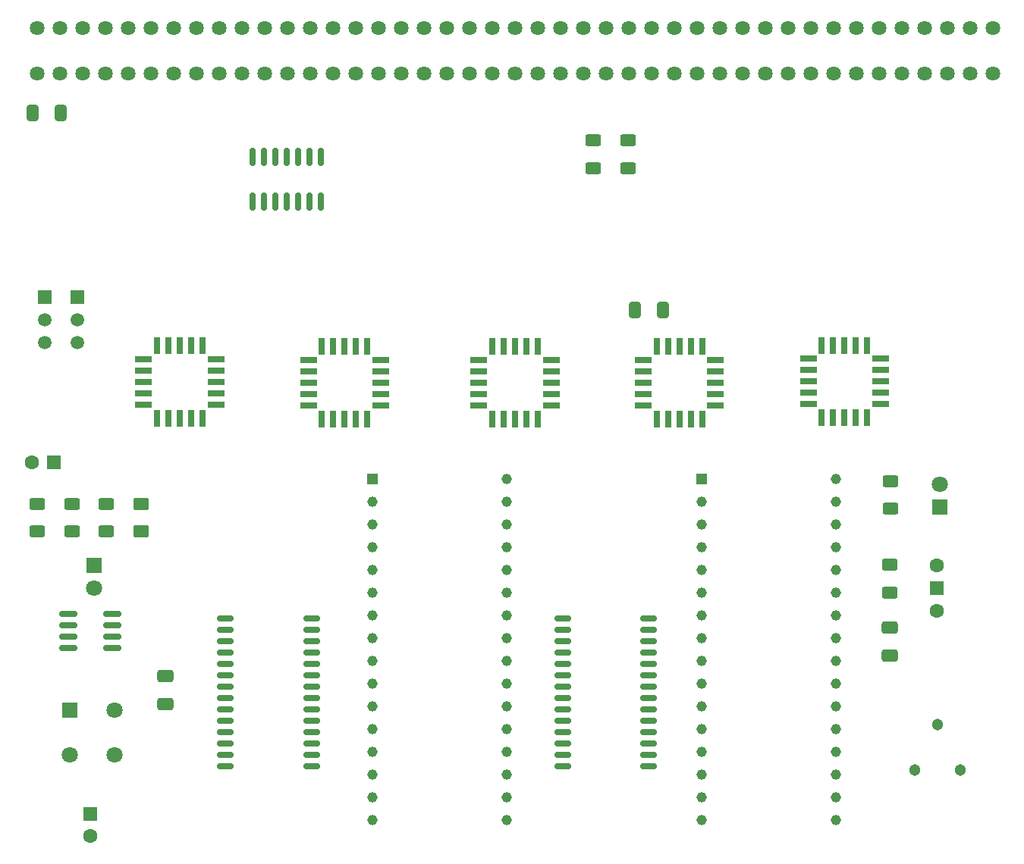
<source format=gbr>
%TF.GenerationSoftware,KiCad,Pcbnew,8.0.3*%
%TF.CreationDate,2024-08-26T22:05:50+02:00*%
%TF.ProjectId,ARIII_EPROM,41524949-495f-4455-9052-4f4d2e6b6963,rev?*%
%TF.SameCoordinates,Original*%
%TF.FileFunction,Soldermask,Top*%
%TF.FilePolarity,Negative*%
%FSLAX46Y46*%
G04 Gerber Fmt 4.6, Leading zero omitted, Abs format (unit mm)*
G04 Created by KiCad (PCBNEW 8.0.3) date 2024-08-26 22:05:50*
%MOMM*%
%LPD*%
G01*
G04 APERTURE LIST*
G04 Aperture macros list*
%AMRoundRect*
0 Rectangle with rounded corners*
0 $1 Rounding radius*
0 $2 $3 $4 $5 $6 $7 $8 $9 X,Y pos of 4 corners*
0 Add a 4 corners polygon primitive as box body*
4,1,4,$2,$3,$4,$5,$6,$7,$8,$9,$2,$3,0*
0 Add four circle primitives for the rounded corners*
1,1,$1+$1,$2,$3*
1,1,$1+$1,$4,$5*
1,1,$1+$1,$6,$7*
1,1,$1+$1,$8,$9*
0 Add four rect primitives between the rounded corners*
20,1,$1+$1,$2,$3,$4,$5,0*
20,1,$1+$1,$4,$5,$6,$7,0*
20,1,$1+$1,$6,$7,$8,$9,0*
20,1,$1+$1,$8,$9,$2,$3,0*%
G04 Aperture macros list end*
%ADD10R,1.160000X1.160000*%
%ADD11C,1.160000*%
%ADD12C,1.303000*%
%ADD13R,1.500000X1.500000*%
%ADD14C,1.600000*%
%ADD15C,1.500000*%
%ADD16R,1.600000X1.600000*%
%ADD17R,1.800000X1.800000*%
%ADD18C,1.800000*%
%ADD19R,0.700000X1.925000*%
%ADD20R,1.925000X0.700000*%
%ADD21RoundRect,0.250000X-0.625000X0.400000X-0.625000X-0.400000X0.625000X-0.400000X0.625000X0.400000X0*%
%ADD22RoundRect,0.250000X-0.650000X0.412500X-0.650000X-0.412500X0.650000X-0.412500X0.650000X0.412500X0*%
%ADD23C,1.635000*%
%ADD24RoundRect,0.150000X-0.750000X-0.150000X0.750000X-0.150000X0.750000X0.150000X-0.750000X0.150000X0*%
%ADD25RoundRect,0.250000X0.412500X0.650000X-0.412500X0.650000X-0.412500X-0.650000X0.412500X-0.650000X0*%
%ADD26RoundRect,0.150000X-0.150000X0.825000X-0.150000X-0.825000X0.150000X-0.825000X0.150000X0.825000X0*%
%ADD27RoundRect,0.150000X-0.825000X-0.150000X0.825000X-0.150000X0.825000X0.150000X-0.825000X0.150000X0*%
%ADD28RoundRect,0.250001X0.624999X-0.462499X0.624999X0.462499X-0.624999X0.462499X-0.624999X-0.462499X0*%
G04 APERTURE END LIST*
D10*
%TO.C,U7*%
X125510000Y-89550000D03*
D11*
X125510000Y-92090000D03*
X125510000Y-94630000D03*
X125510000Y-97170000D03*
X125510000Y-99710000D03*
X125510000Y-102250000D03*
X125510000Y-104790000D03*
X125510000Y-107330000D03*
X125510000Y-109870000D03*
X125510000Y-112410000D03*
X125510000Y-114950000D03*
X125510000Y-117490000D03*
X125510000Y-120030000D03*
X125510000Y-122570000D03*
X125510000Y-125110000D03*
X125510000Y-127650000D03*
X140500000Y-127650000D03*
X140500000Y-125110000D03*
X140500000Y-122570000D03*
X140500000Y-120030000D03*
X140500000Y-117490000D03*
X140500000Y-114950000D03*
X140500000Y-112410000D03*
X140500000Y-109870000D03*
X140500000Y-107330000D03*
X140500000Y-104790000D03*
X140500000Y-102250000D03*
X140500000Y-99710000D03*
X140500000Y-97170000D03*
X140500000Y-94630000D03*
X140500000Y-92090000D03*
X140500000Y-89550000D03*
%TD*%
D12*
%TO.C,VR1*%
X191090000Y-122080000D03*
X188550000Y-117000000D03*
X186010000Y-122080000D03*
%TD*%
D13*
%TO.C,SW2*%
X188500000Y-101690000D03*
D14*
X188500000Y-104230000D03*
X188500000Y-99150000D03*
%TD*%
D13*
%TO.C,Q2*%
X88900000Y-69200000D03*
D15*
X88900000Y-71740000D03*
X88900000Y-74280000D03*
%TD*%
D16*
%TO.C,C1*%
X94000000Y-126944888D03*
D14*
X94000000Y-129444888D03*
%TD*%
D17*
%TO.C,D2*%
X94450000Y-99225000D03*
D18*
X94450000Y-101765000D03*
%TD*%
D13*
%TO.C,Q1*%
X92600000Y-69200000D03*
D15*
X92600000Y-71740000D03*
X92600000Y-74280000D03*
%TD*%
D19*
%TO.C,U4*%
X122400000Y-74697500D03*
X121130000Y-74697500D03*
X119860000Y-74697500D03*
D20*
X118347500Y-76210000D03*
X118347500Y-77480000D03*
X118347500Y-78750000D03*
X118347500Y-80020000D03*
X118347500Y-81290000D03*
D19*
X119860000Y-82802500D03*
X121130000Y-82802500D03*
X122400000Y-82802500D03*
X123670000Y-82802500D03*
X124940000Y-82802500D03*
D20*
X126452500Y-81290000D03*
X126452500Y-80020000D03*
X126452500Y-78750000D03*
X126452500Y-77480000D03*
X126452500Y-76210000D03*
D19*
X124940000Y-74697500D03*
X123670000Y-74697500D03*
%TD*%
D17*
%TO.C,SW1*%
X91677500Y-115377500D03*
D18*
X96677500Y-115377500D03*
X91677500Y-120377500D03*
X96677500Y-120377500D03*
%TD*%
D21*
%TO.C,R3*%
X183300000Y-89750000D03*
X183300000Y-92850000D03*
%TD*%
D22*
%TO.C,C2*%
X102400000Y-111587500D03*
X102400000Y-114712500D03*
%TD*%
D23*
%TO.C,CN1*%
X88060000Y-39120000D03*
X88060000Y-44200000D03*
X90600000Y-39120000D03*
X90600000Y-44200000D03*
X93140000Y-39120000D03*
X93140000Y-44200000D03*
X95680000Y-39120000D03*
X95680000Y-44200000D03*
X98220000Y-39120000D03*
X98220000Y-44200000D03*
X100760000Y-39120000D03*
X100760000Y-44200000D03*
X103300000Y-39120000D03*
X103300000Y-44200000D03*
X105840000Y-39120000D03*
X105840000Y-44200000D03*
X108380000Y-39120000D03*
X108380000Y-44200000D03*
X110920000Y-39120000D03*
X110920000Y-44200000D03*
X113460000Y-39120000D03*
X113460000Y-44200000D03*
X116000000Y-39120000D03*
X116000000Y-44200000D03*
X118540000Y-39120000D03*
X118540000Y-44200000D03*
X121080000Y-39120000D03*
X121080000Y-44200000D03*
X123620000Y-39120000D03*
X123620000Y-44200000D03*
X126160000Y-39120000D03*
X126160000Y-44200000D03*
X128700000Y-39120000D03*
X128700000Y-44200000D03*
X131240000Y-39120000D03*
X131240000Y-44200000D03*
X133780000Y-39120000D03*
X133780000Y-44200000D03*
X136320000Y-39120000D03*
X136320000Y-44200000D03*
X138860000Y-39120000D03*
X138860000Y-44200000D03*
X141400000Y-39120000D03*
X141400000Y-44200000D03*
X143940000Y-39120000D03*
X143940000Y-44200000D03*
X146480000Y-39120000D03*
X146480000Y-44200000D03*
X149020000Y-39120000D03*
X149020000Y-44200000D03*
X151560000Y-39120000D03*
X151560000Y-44200000D03*
X154100000Y-39120000D03*
X154100000Y-44200000D03*
X156640000Y-39120000D03*
X156640000Y-44200000D03*
X159180000Y-39120000D03*
X159180000Y-44200000D03*
X161720000Y-39120000D03*
X161720000Y-44200000D03*
X164260000Y-39120000D03*
X164260000Y-44200000D03*
X166800000Y-39120000D03*
X166800000Y-44200000D03*
X169340000Y-39120000D03*
X169340000Y-44200000D03*
X171880000Y-39120000D03*
X171880000Y-44200000D03*
X174420000Y-39120000D03*
X174420000Y-44200000D03*
X176960000Y-39120000D03*
X176960000Y-44200000D03*
X179500000Y-39120000D03*
X179500000Y-44200000D03*
X182040000Y-39120000D03*
X182040000Y-44200000D03*
X184580000Y-39120000D03*
X184580000Y-44200000D03*
X187120000Y-39120000D03*
X187120000Y-44200000D03*
X189660000Y-39120000D03*
X189660000Y-44200000D03*
X192200000Y-39120000D03*
X192200000Y-44200000D03*
X194740000Y-39120000D03*
X194740000Y-44200000D03*
%TD*%
D24*
%TO.C,U8*%
X146750000Y-105140000D03*
X146750000Y-106410000D03*
X146750000Y-107680000D03*
X146750000Y-108950000D03*
X146750000Y-110220000D03*
X146750000Y-111490000D03*
X146750000Y-112760000D03*
X146750000Y-114030000D03*
X146750000Y-115300000D03*
X146750000Y-116570000D03*
X146750000Y-117840000D03*
X146750000Y-119110000D03*
X146750000Y-120380000D03*
X146750000Y-121650000D03*
X156350000Y-121650000D03*
X156350000Y-120380000D03*
X156350000Y-119110000D03*
X156350000Y-117840000D03*
X156350000Y-116570000D03*
X156350000Y-115300000D03*
X156350000Y-114030000D03*
X156350000Y-112760000D03*
X156350000Y-111490000D03*
X156350000Y-110220000D03*
X156350000Y-108950000D03*
X156350000Y-107680000D03*
X156350000Y-106410000D03*
X156350000Y-105140000D03*
%TD*%
D21*
%TO.C,R1*%
X154050000Y-51700000D03*
X154050000Y-54800000D03*
%TD*%
D25*
%TO.C,C4*%
X157912500Y-70650000D03*
X154787500Y-70650000D03*
%TD*%
D21*
%TO.C,R6*%
X91950000Y-92300000D03*
X91950000Y-95400000D03*
%TD*%
D16*
%TO.C,C6*%
X89950000Y-87650000D03*
D14*
X87450000Y-87650000D03*
%TD*%
D19*
%TO.C,U3*%
X141400000Y-74697500D03*
X140130000Y-74697500D03*
X138860000Y-74697500D03*
D20*
X137347500Y-76210000D03*
X137347500Y-77480000D03*
X137347500Y-78750000D03*
X137347500Y-80020000D03*
X137347500Y-81290000D03*
D19*
X138860000Y-82802500D03*
X140130000Y-82802500D03*
X141400000Y-82802500D03*
X142670000Y-82802500D03*
X143940000Y-82802500D03*
D20*
X145452500Y-81290000D03*
X145452500Y-80020000D03*
X145452500Y-78750000D03*
X145452500Y-77480000D03*
X145452500Y-76210000D03*
D19*
X143940000Y-74697500D03*
X142670000Y-74697500D03*
%TD*%
D17*
%TO.C,D1*%
X188850000Y-92700000D03*
D18*
X188850000Y-90160000D03*
%TD*%
D19*
%TO.C,U1*%
X178200000Y-74597500D03*
X176930000Y-74597500D03*
X175660000Y-74597500D03*
D20*
X174147500Y-76110000D03*
X174147500Y-77380000D03*
X174147500Y-78650000D03*
X174147500Y-79920000D03*
X174147500Y-81190000D03*
D19*
X175660000Y-82702500D03*
X176930000Y-82702500D03*
X178200000Y-82702500D03*
X179470000Y-82702500D03*
X180740000Y-82702500D03*
D20*
X182252500Y-81190000D03*
X182252500Y-79920000D03*
X182252500Y-78650000D03*
X182252500Y-77380000D03*
X182252500Y-76110000D03*
D19*
X180740000Y-74597500D03*
X179470000Y-74597500D03*
%TD*%
%TO.C,U5*%
X104000000Y-74647500D03*
X102730000Y-74647500D03*
X101460000Y-74647500D03*
D20*
X99947500Y-76160000D03*
X99947500Y-77430000D03*
X99947500Y-78700000D03*
X99947500Y-79970000D03*
X99947500Y-81240000D03*
D19*
X101460000Y-82752500D03*
X102730000Y-82752500D03*
X104000000Y-82752500D03*
X105270000Y-82752500D03*
X106540000Y-82752500D03*
D20*
X108052500Y-81240000D03*
X108052500Y-79970000D03*
X108052500Y-78700000D03*
X108052500Y-77430000D03*
X108052500Y-76160000D03*
D19*
X106540000Y-74647500D03*
X105270000Y-74647500D03*
%TD*%
D22*
%TO.C,C3*%
X183200000Y-106137500D03*
X183200000Y-109262500D03*
%TD*%
D26*
%TO.C,U6*%
X119760000Y-53575000D03*
X118490000Y-53575000D03*
X117220000Y-53575000D03*
X115950000Y-53575000D03*
X114680000Y-53575000D03*
X113410000Y-53575000D03*
X112140000Y-53575000D03*
X112140000Y-58525000D03*
X113410000Y-58525000D03*
X114680000Y-58525000D03*
X115950000Y-58525000D03*
X117220000Y-58525000D03*
X118490000Y-58525000D03*
X119760000Y-58525000D03*
%TD*%
D27*
%TO.C,U11*%
X91525000Y-104645000D03*
X91525000Y-105915000D03*
X91525000Y-107185000D03*
X91525000Y-108455000D03*
X96475000Y-108455000D03*
X96475000Y-107185000D03*
X96475000Y-105915000D03*
X96475000Y-104645000D03*
%TD*%
D21*
%TO.C,R7*%
X88100000Y-92300000D03*
X88100000Y-95400000D03*
%TD*%
D28*
%TO.C,D3*%
X99700000Y-95337500D03*
X99700000Y-92362500D03*
%TD*%
D21*
%TO.C,R4*%
X183200000Y-99100000D03*
X183200000Y-102200000D03*
%TD*%
%TO.C,R2*%
X150150000Y-51700000D03*
X150150000Y-54800000D03*
%TD*%
D19*
%TO.C,U2*%
X159750000Y-74697500D03*
X158480000Y-74697500D03*
X157210000Y-74697500D03*
D20*
X155697500Y-76210000D03*
X155697500Y-77480000D03*
X155697500Y-78750000D03*
X155697500Y-80020000D03*
X155697500Y-81290000D03*
D19*
X157210000Y-82802500D03*
X158480000Y-82802500D03*
X159750000Y-82802500D03*
X161020000Y-82802500D03*
X162290000Y-82802500D03*
D20*
X163802500Y-81290000D03*
X163802500Y-80020000D03*
X163802500Y-78750000D03*
X163802500Y-77480000D03*
X163802500Y-76210000D03*
D19*
X162290000Y-74697500D03*
X161020000Y-74697500D03*
%TD*%
D25*
%TO.C,C5*%
X90712500Y-48600000D03*
X87587500Y-48600000D03*
%TD*%
D24*
%TO.C,U10*%
X109100000Y-105145000D03*
X109100000Y-106415000D03*
X109100000Y-107685000D03*
X109100000Y-108955000D03*
X109100000Y-110225000D03*
X109100000Y-111495000D03*
X109100000Y-112765000D03*
X109100000Y-114035000D03*
X109100000Y-115305000D03*
X109100000Y-116575000D03*
X109100000Y-117845000D03*
X109100000Y-119115000D03*
X109100000Y-120385000D03*
X109100000Y-121655000D03*
X118700000Y-121655000D03*
X118700000Y-120385000D03*
X118700000Y-119115000D03*
X118700000Y-117845000D03*
X118700000Y-116575000D03*
X118700000Y-115305000D03*
X118700000Y-114035000D03*
X118700000Y-112765000D03*
X118700000Y-111495000D03*
X118700000Y-110225000D03*
X118700000Y-108955000D03*
X118700000Y-107685000D03*
X118700000Y-106415000D03*
X118700000Y-105145000D03*
%TD*%
D21*
%TO.C,R5*%
X95750000Y-92300000D03*
X95750000Y-95400000D03*
%TD*%
D11*
%TO.C,U9*%
X177250000Y-89550000D03*
X177250000Y-92090000D03*
X177250000Y-94630000D03*
X177250000Y-97170000D03*
X177250000Y-99710000D03*
X177250000Y-102250000D03*
X177250000Y-104790000D03*
X177250000Y-107330000D03*
X177250000Y-109870000D03*
X177250000Y-112410000D03*
X177250000Y-114950000D03*
X177250000Y-117490000D03*
X177250000Y-120030000D03*
X177250000Y-122570000D03*
X177250000Y-125110000D03*
X177250000Y-127650000D03*
X162260000Y-127650000D03*
X162260000Y-125110000D03*
X162260000Y-122570000D03*
X162260000Y-120030000D03*
X162260000Y-117490000D03*
X162260000Y-114950000D03*
X162260000Y-112410000D03*
X162260000Y-109870000D03*
X162260000Y-107330000D03*
X162260000Y-104790000D03*
X162260000Y-102250000D03*
X162260000Y-99710000D03*
X162260000Y-97170000D03*
X162260000Y-94630000D03*
X162260000Y-92090000D03*
D10*
X162260000Y-89550000D03*
%TD*%
M02*

</source>
